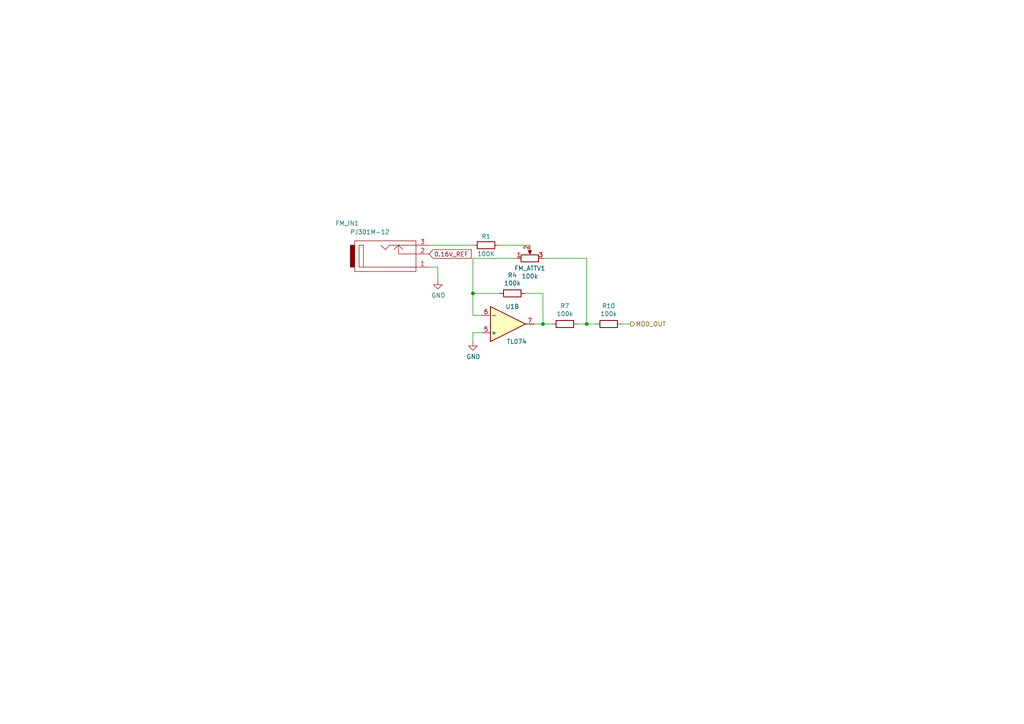
<source format=kicad_sch>
(kicad_sch (version 20230121) (generator eeschema)
  (paper "A4")
  (lib_symbols
    (symbol "Amplifier_Operational:TL074" (pin_names (offset 0.127))
      (property "Reference" "U" (at 0 5.08 0))
      (property "Value" "TL074" (at 0 -5.08 0))
      (symbol "TL074_1_1"
        (polyline (pts (xy -5.08 5.08) (xy 5.08 0) (xy -5.08 -5.08) (xy -5.08 5.08)) (stroke (width 0.254)) (fill (type background)))
        (pin output line (at 7.62 0 180) (length 2.54) (name "~") (number "1"))
        (pin input line (at -7.62 -2.54 0) (length 2.54) (name "-") (number "2"))
        (pin input line (at -7.62 2.54 0) (length 2.54) (name "+") (number "3"))
      )
      (symbol "TL074_2_1"
        (polyline (pts (xy -5.08 5.08) (xy 5.08 0) (xy -5.08 -5.08) (xy -5.08 5.08)) (stroke (width 0.254)) (fill (type background)))
        (pin input line (at -7.62 2.54 0) (length 2.54) (name "+") (number "5"))
        (pin input line (at -7.62 -2.54 0) (length 2.54) (name "-") (number "6"))
        (pin output line (at 7.62 0 180) (length 2.54) (name "~") (number "7"))
      )
      (symbol "TL074_3_1"
        (polyline (pts (xy -5.08 5.08) (xy 5.08 0) (xy -5.08 -5.08) (xy -5.08 5.08)) (stroke (width 0.254)) (fill (type background)))
        (pin input line (at -7.62 2.54 0) (length 2.54) (name "+") (number "10"))
        (pin output line (at 7.62 0 180) (length 2.54) (name "~") (number "8"))
        (pin input line (at -7.62 -2.54 0) (length 2.54) (name "-") (number "9"))
      )
      (symbol "TL074_4_1"
        (polyline (pts (xy -5.08 5.08) (xy 5.08 0) (xy -5.08 -5.08) (xy -5.08 5.08)) (stroke (width 0.254)) (fill (type background)))
        (pin input line (at -7.62 2.54 0) (length 2.54) (name "+") (number "12"))
        (pin input line (at -7.62 -2.54 0) (length 2.54) (name "-") (number "13"))
        (pin output line (at 7.62 0 180) (length 2.54) (name "~") (number "14"))
      )
      (symbol "TL074_5_1"
        (pin power_in line (at -2.54 -7.62 90) (length 3.81) (name "V-") (number "11"))
        (pin power_in line (at -2.54 7.62 270) (length 3.81) (name "V+") (number "4"))
      )
    )
    (symbol "Device:R" (pin_numbers hide) (pin_names (offset 0))
      (property "Reference" "R" (at 2.032 0 90))
      (property "Value" "R" (at 0 0 90))
      (symbol "R_0_1"
        (rectangle (start -1.016 -2.54) (end 1.016 2.54) (stroke (width 0.254)))
      )
      (symbol "R_1_1"
        (pin passive line (at 0 3.81 270) (length 1.27) (name "~") (number "1"))
        (pin passive line (at 0 -3.81 90) (length 1.27) (name "~") (number "2"))
      )
    )
    (symbol "Schraeg-rescue:PJ301M-12-eurocad" (pin_names (offset 1.016))
      (property "Reference" "J" (at -8.89 -5.08 0))
      (property "Value" "eurocad_PJ301M-12" (at -3.81 6.35 0))
      (symbol "PJ301M-12-eurocad_0_1"
        (rectangle (start -11.43 3.81) (end -10.16 -2.54) (fill (type outline)))
        (polyline (pts (xy 3.81 0) (xy 7.62 0) (xy 7.62 0)))
        (polyline (pts (xy 0 -2.54) (xy -1.27 -1.27) (xy -2.54 -2.54) (xy -2.54 -2.54)))
        (polyline (pts (xy 0 -2.54) (xy 7.62 -2.54) (xy 7.62 -2.54) (xy 7.62 -2.54)))
        (polyline (pts (xy 1.27 -1.27) (xy 2.54 -2.54) (xy 3.81 -1.27) (xy 3.81 -1.27)))
        (polyline (pts (xy 3.81 0) (xy 2.54 0) (xy 2.54 -2.54) (xy 2.54 -2.54)))
        (polyline (pts (xy 7.62 3.81) (xy -8.89 3.81) (xy -8.89 -2.54) (xy -7.62 -2.54) (xy -7.62 3.81)))
        (rectangle (start 7.62 -3.81) (end -10.16 5.08))
      )
      (symbol "PJ301M-12-eurocad_1_1"
        (pin passive line (at 11.43 3.81 180) (length 3.81) (name "~") (number "1"))
        (pin passive line (at 11.43 0 180) (length 3.81) (name "~") (number "2"))
        (pin passive line (at 11.43 -2.54 180) (length 3.81) (name "~") (number "3"))
      )
    )
    (symbol "Schraeg-rescue:R_POT-Device" (pin_names (offset 1.016) hide)
      (property "Reference" "RV" (at -4.445 0 90))
      (property "Value" "Device_R_POT" (at -2.54 0 90))
      (symbol "R_POT-Device_0_1"
        (polyline (pts (xy 2.54 0) (xy 1.524 0)))
        (polyline (pts (xy 1.143 0) (xy 2.286 0.508) (xy 2.286 -0.508) (xy 1.143 0)) (fill (type outline)))
        (rectangle (start 1.016 2.54) (end -1.016 -2.54) (stroke (width 0.254)))
      )
      (symbol "R_POT-Device_1_1"
        (pin passive line (at 0 3.81 270) (length 1.27) (name "1") (number "1"))
        (pin passive line (at 3.81 0 180) (length 1.27) (name "2") (number "2"))
        (pin passive line (at 0 -3.81 90) (length 1.27) (name "3") (number "3"))
      )
    )
    (symbol "power:GND" (power) (pin_names (offset 0))
      (property "Value" "GND" (at 0 -3.81 0))
      (symbol "GND_0_1"
        (polyline (pts (xy 0 0) (xy 0 -1.27) (xy 1.27 -1.27) (xy 0 -2.54) (xy -1.27 -1.27) (xy 0 -1.27)))
      )
      (symbol "GND_1_1"
        (pin power_in line (at 0 0 270) (length 0) hide (name "GND") (number "1"))
      )
    )
  )
  (junction (at 137.16 85.09))
  (junction (at 170.18 93.98))
  (junction (at 157.48 93.98))
  (wire (pts (xy 152.4 85.09) (xy 157.48 85.09)))
  (wire (pts (xy 157.48 74.93) (xy 170.18 74.93)))
  (wire (pts (xy 137.16 71.12) (xy 124.46 71.12)))
  (wire (pts (xy 170.18 74.93) (xy 170.18 93.98)))
  (wire (pts (xy 127 77.47) (xy 127 81.28)))
  (wire (pts (xy 124.46 77.47) (xy 127 77.47)))
  (wire (pts (xy 137.16 74.93) (xy 149.86 74.93)))
  (wire (pts (xy 144.78 71.12) (xy 153.67 71.12)))
  (wire (pts (xy 137.16 91.44) (xy 139.7 91.44)))
  (wire (pts (xy 137.16 74.93) (xy 137.16 85.09)))
  (wire (pts (xy 180.34 93.98) (xy 182.88 93.98)))
  (wire (pts (xy 139.7 96.52) (xy 137.16 96.52)))
  (wire (pts (xy 157.48 85.09) (xy 157.48 93.98)))
  (wire (pts (xy 137.16 85.09) (xy 137.16 91.44)))
  (wire (pts (xy 137.16 96.52) (xy 137.16 99.06)))
  (wire (pts (xy 170.18 93.98) (xy 172.72 93.98)))
  (wire (pts (xy 157.48 93.98) (xy 154.94 93.98)))
  (wire (pts (xy 144.78 85.09) (xy 137.16 85.09)))
  (wire (pts (xy 170.18 93.98) (xy 167.64 93.98)))
  (wire (pts (xy 157.48 93.98) (xy 160.02 93.98)))
  (global_label "0.16V_REF" (shape input) (at 124.46 73.66 0) (property "Intersheetrefs" "${INTERSHEET_REFS}" (effects hide)))
  (hierarchical_label "MOD_OUT" (shape output) (at 182.88 93.98 0))
  (symbol (lib_id "power:GND") (at 137.16 99.06 0) (unit 1)
    (property "Reference" "#PWR04" (effects hide))
    (property "Value" "GND" (at 137.287 103.4542 0))
    (instances (project "Schraeg" (path "" (reference "#PWR04") (unit 1)) (path "" (reference "#PWR04") (unit 1)) (path "" (reference "#PWR04") (unit 1)) (path "" (reference "#PWR05") (unit 1)) (path "" (reference "#PWR076") (unit 1))))
  )
  (symbol (lib_id "Device:R") (at 163.83 93.98 270) (unit 1)
    (property "Reference" "R7" (at 163.83 88.7222 90))
    (property "Value" "100k" (at 163.83 91.0336 90))
    (property "Footprint" "Resistor_SMD:R_0603_1608Metric_Pad1.05x0.95mm_HandSolder" (effects hide))
    (instances (project "Schraeg" (path "" (reference "R7") (unit 1)) (path "" (reference "R7") (unit 1)) (path "" (reference "R7") (unit 1)) (path "" (reference "R8") (unit 1)) (path "" (reference "R97") (unit 1))))
  )
  (symbol (lib_id "Device:R") (at 140.97 71.12 90) (unit 1)
    (property "Reference" "R1" (at 140.97 68.58 90))
    (property "Value" "100K" (at 140.97 73.66 90))
    (property "Footprint" "Resistor_SMD:R_0603_1608Metric_Pad1.05x0.95mm_HandSolder" (effects hide))
    (instances (project "Schraeg" (path "" (reference "R1") (unit 1)) (path "" (reference "R1") (unit 1)) (path "" (reference "R1") (unit 1)) (path "" (reference "R2") (unit 1)) (path "" (reference "R95") (unit 1))))
  )
  (symbol (lib_id "Schraeg-rescue:PJ301M-12-eurocad") (at 113.03 73.66 0) (mirror x) (unit 1)
    (property "Reference" "FM_IN1" (at 104.14 64.77 0) (effects (justify right)))
    (property "Value" "PJ301M-12" (at 113.03 67.31 0) (effects (justify right)))
    (property "Footprint" "Eurocad:PJ301M-12" (effects hide))
    (instances (project "Schraeg" (path "" (reference "FM_IN1") (unit 1)) (path "" (reference "FM_IN1") (unit 1)) (path "" (reference "MOD_IN") (unit 1)) (path "" (reference "FM_IN2") (unit 1)) (path "" (reference "FM_IN3") (unit 1))))
  )
  (symbol (lib_id "Schraeg-rescue:R_POT-Device") (at 153.67 74.93 90) (unit 1)
    (property "Reference" "FM_ATTV1" (at 153.67 77.8256 90))
    (property "Value" "100k" (at 153.67 80.137 90))
    (property "Footprint" "Eurocad:Alpha9mmPot" (effects hide))
    (instances (project "Schraeg" (path "" (reference "FM_ATTV1") (unit 1)) (path "" (reference "FM_ATTV1") (unit 1)) (path "" (reference "FM_ATTV1") (unit 1)) (path "" (reference "FM_ATTV2") (unit 1)) (path "" (reference "FM_ATTV3") (unit 1))))
  )
  (symbol (lib_id "power:GND") (at 127 81.28 0) (unit 1)
    (property "Reference" "#PWR01" (effects hide))
    (property "Value" "GND" (at 127.127 85.6742 0))
    (instances (project "Schraeg" (path "" (reference "#PWR01") (unit 1)) (path "" (reference "#PWR01") (unit 1)) (path "" (reference "#PWR01") (unit 1)) (path "" (reference "#PWR03") (unit 1)) (path "" (reference "#PWR075") (unit 1))))
  )
  (symbol (lib_id "Amplifier_Operational:TL074") (at 147.32 93.98 0) (mirror x) (unit 2)
    (property "Reference" "U1" (at 148.59 88.9 0))
    (property "Value" "TL074" (at 149.86 99.06 0))
    (property "Footprint" "Package_SO:SOIC-14_3.9x8.7mm_P1.27mm" (effects hide))
    (property "Datasheet" "http://www.ti.com/lit/ds/symlink/tl071.pdf" (effects hide))
    (instances (project "Schraeg" (path "" (reference "U1") (unit 2)) (path "" (reference "U1") (unit 2)) (path "" (reference "U1") (unit 2)) (path "" (reference "U9") (unit 2)) (path "" (reference "U11") (unit 2))))
  )
  (symbol (lib_id "Device:R") (at 148.59 85.09 270) (unit 1)
    (property "Reference" "R4" (at 148.59 79.8322 90))
    (property "Value" "100k" (at 148.59 82.1436 90))
    (property "Footprint" "Resistor_SMD:R_0603_1608Metric_Pad1.05x0.95mm_HandSolder" (effects hide))
    (instances (project "Schraeg" (path "" (reference "R4") (unit 1)) (path "" (reference "R4") (unit 1)) (path "" (reference "R4") (unit 1)) (path "" (reference "R5") (unit 1)) (path "" (reference "R96") (unit 1))))
  )
  (symbol (lib_id "Device:R") (at 176.53 93.98 270) (unit 1)
    (property "Reference" "R10" (at 176.53 88.7222 90))
    (property "Value" "100k" (at 176.53 91.0336 90))
    (property "Footprint" "Resistor_SMD:R_0603_1608Metric_Pad1.05x0.95mm_HandSolder" (effects hide))
    (instances (project "Schraeg" (path "" (reference "R10") (unit 1)) (path "" (reference "R10") (unit 1)) (path "" (reference "R10") (unit 1)) (path "" (reference "R13") (unit 1)) (path "" (reference "R98") (unit 1))))
  )
)
</source>
